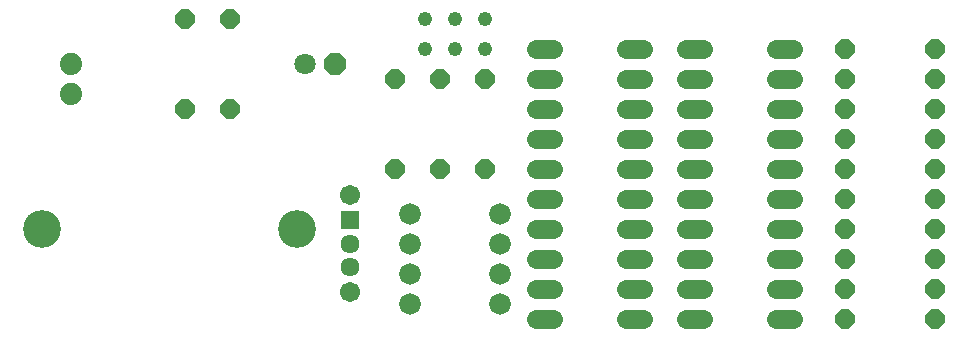
<source format=gts>
G75*
%MOIN*%
%OFA0B0*%
%FSLAX25Y25*%
%IPPOS*%
%LPD*%
%AMOC8*
5,1,8,0,0,1.08239X$1,22.5*
%
%ADD10C,0.06400*%
%ADD11C,0.04808*%
%ADD12OC8,0.06400*%
%ADD13C,0.07200*%
%ADD14C,0.12611*%
%ADD15C,0.07400*%
%ADD16R,0.06350X0.06350*%
%ADD17C,0.06350*%
%ADD18C,0.06706*%
%ADD19OC8,0.07100*%
%ADD20C,0.07100*%
D10*
X0178600Y0011400D02*
X0184200Y0011400D01*
X0208600Y0011400D02*
X0214200Y0011400D01*
X0228600Y0011400D02*
X0234200Y0011400D01*
X0234200Y0021400D02*
X0228600Y0021400D01*
X0214200Y0021400D02*
X0208600Y0021400D01*
X0184200Y0021400D02*
X0178600Y0021400D01*
X0178600Y0031400D02*
X0184200Y0031400D01*
X0208600Y0031400D02*
X0214200Y0031400D01*
X0228600Y0031400D02*
X0234200Y0031400D01*
X0234200Y0041400D02*
X0228600Y0041400D01*
X0214200Y0041400D02*
X0208600Y0041400D01*
X0184200Y0041400D02*
X0178600Y0041400D01*
X0178600Y0051400D02*
X0184200Y0051400D01*
X0208600Y0051400D02*
X0214200Y0051400D01*
X0228600Y0051400D02*
X0234200Y0051400D01*
X0258600Y0051400D02*
X0264200Y0051400D01*
X0264200Y0041400D02*
X0258600Y0041400D01*
X0258600Y0031400D02*
X0264200Y0031400D01*
X0264200Y0021400D02*
X0258600Y0021400D01*
X0258600Y0011400D02*
X0264200Y0011400D01*
X0264200Y0061400D02*
X0258600Y0061400D01*
X0258600Y0071400D02*
X0264200Y0071400D01*
X0264200Y0081400D02*
X0258600Y0081400D01*
X0258600Y0091400D02*
X0264200Y0091400D01*
X0264200Y0101400D02*
X0258600Y0101400D01*
X0234200Y0101400D02*
X0228600Y0101400D01*
X0214200Y0101400D02*
X0208600Y0101400D01*
X0184200Y0101400D02*
X0178600Y0101400D01*
X0178600Y0091400D02*
X0184200Y0091400D01*
X0208600Y0091400D02*
X0214200Y0091400D01*
X0228600Y0091400D02*
X0234200Y0091400D01*
X0234200Y0081400D02*
X0228600Y0081400D01*
X0214200Y0081400D02*
X0208600Y0081400D01*
X0184200Y0081400D02*
X0178600Y0081400D01*
X0178600Y0071400D02*
X0184200Y0071400D01*
X0208600Y0071400D02*
X0214200Y0071400D01*
X0228600Y0071400D02*
X0234200Y0071400D01*
X0234200Y0061400D02*
X0228600Y0061400D01*
X0214200Y0061400D02*
X0208600Y0061400D01*
X0184200Y0061400D02*
X0178600Y0061400D01*
D11*
X0161400Y0101400D03*
X0151400Y0101400D03*
X0141400Y0101400D03*
X0141400Y0111400D03*
X0151400Y0111400D03*
X0161400Y0111400D03*
D12*
X0161400Y0091400D03*
X0146400Y0091400D03*
X0131400Y0091400D03*
X0076400Y0081400D03*
X0061400Y0081400D03*
X0131400Y0061400D03*
X0146400Y0061400D03*
X0161400Y0061400D03*
X0281400Y0061400D03*
X0281400Y0071400D03*
X0281400Y0081400D03*
X0281400Y0091400D03*
X0281400Y0101400D03*
X0311400Y0101400D03*
X0311400Y0091400D03*
X0311400Y0081400D03*
X0311400Y0071400D03*
X0311400Y0061400D03*
X0311400Y0051400D03*
X0311400Y0041400D03*
X0311400Y0031400D03*
X0311400Y0021400D03*
X0311400Y0011400D03*
X0281400Y0011400D03*
X0281400Y0021400D03*
X0281400Y0031400D03*
X0281400Y0041400D03*
X0281400Y0051400D03*
X0076400Y0111400D03*
X0061400Y0111400D03*
D13*
X0136400Y0046400D03*
X0136400Y0036400D03*
X0136400Y0026400D03*
X0136400Y0016400D03*
X0166400Y0016400D03*
X0166400Y0026400D03*
X0166400Y0036400D03*
X0166400Y0046400D03*
D14*
X0013880Y0041400D03*
X0098920Y0041400D03*
D15*
X0023526Y0086400D03*
X0023526Y0096400D03*
D16*
X0116400Y0044274D03*
D17*
X0116400Y0036400D03*
X0116400Y0028526D03*
D18*
X0116400Y0020258D03*
X0116400Y0052542D03*
D19*
X0111400Y0096400D03*
D20*
X0101400Y0096400D03*
M02*

</source>
